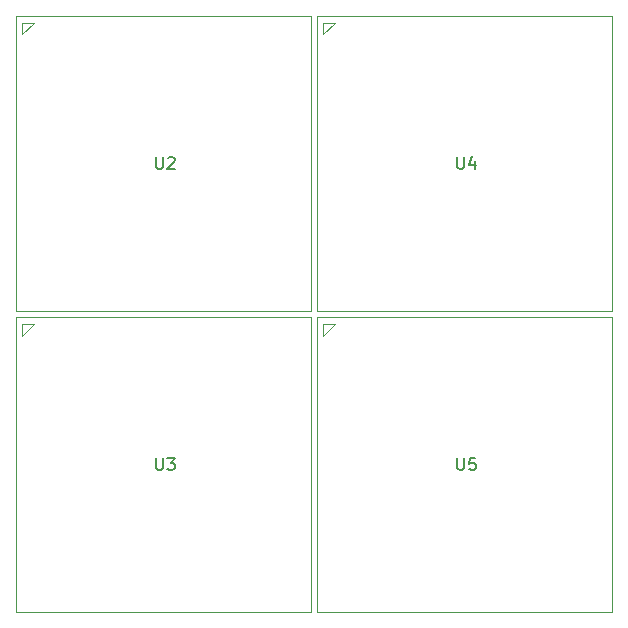
<source format=gbr>
%TF.GenerationSoftware,KiCad,Pcbnew,(5.1.9-0-10_14)*%
%TF.CreationDate,2021-05-13T13:45:13-04:00*%
%TF.ProjectId,SiPM_Board_RevB,5369504d-5f42-46f6-9172-645f52657642,rev?*%
%TF.SameCoordinates,Original*%
%TF.FileFunction,Legend,Top*%
%TF.FilePolarity,Positive*%
%FSLAX46Y46*%
G04 Gerber Fmt 4.6, Leading zero omitted, Abs format (unit mm)*
G04 Created by KiCad (PCBNEW (5.1.9-0-10_14)) date 2021-05-13 13:45:13*
%MOMM*%
%LPD*%
G01*
G04 APERTURE LIST*
%ADD10C,0.120000*%
%ADD11C,0.150000*%
G04 APERTURE END LIST*
D10*
%TO.C,U4*%
X175300000Y-74800000D02*
X150300000Y-74800000D01*
X175300000Y-99800000D02*
X175300000Y-74800000D01*
X150300000Y-99800000D02*
X175300000Y-99800000D01*
X150300000Y-74800000D02*
X150300000Y-99800000D01*
X151862000Y-75362000D02*
X150862000Y-75362000D01*
X151862000Y-75362000D02*
X150862000Y-76362000D01*
X150862000Y-76362000D02*
X150862000Y-75362000D01*
%TO.C,U2*%
X149800000Y-74800000D02*
X124800000Y-74800000D01*
X149800000Y-99800000D02*
X149800000Y-74800000D01*
X124800000Y-99800000D02*
X149800000Y-99800000D01*
X124800000Y-74800000D02*
X124800000Y-99800000D01*
X126362000Y-75362000D02*
X125362000Y-75362000D01*
X126362000Y-75362000D02*
X125362000Y-76362000D01*
X125362000Y-76362000D02*
X125362000Y-75362000D01*
%TO.C,U3*%
X125362000Y-101862000D02*
X125362000Y-100862000D01*
X126362000Y-100862000D02*
X125362000Y-101862000D01*
X126362000Y-100862000D02*
X125362000Y-100862000D01*
X124800000Y-100300000D02*
X124800000Y-125300000D01*
X124800000Y-125300000D02*
X149800000Y-125300000D01*
X149800000Y-125300000D02*
X149800000Y-100300000D01*
X149800000Y-100300000D02*
X124800000Y-100300000D01*
%TO.C,U5*%
X150862000Y-101862000D02*
X150862000Y-100862000D01*
X151862000Y-100862000D02*
X150862000Y-101862000D01*
X151862000Y-100862000D02*
X150862000Y-100862000D01*
X150300000Y-100300000D02*
X150300000Y-125300000D01*
X150300000Y-125300000D02*
X175300000Y-125300000D01*
X175300000Y-125300000D02*
X175300000Y-100300000D01*
X175300000Y-100300000D02*
X150300000Y-100300000D01*
%TO.C,U4*%
D11*
X162188095Y-86752380D02*
X162188095Y-87561904D01*
X162235714Y-87657142D01*
X162283333Y-87704761D01*
X162378571Y-87752380D01*
X162569047Y-87752380D01*
X162664285Y-87704761D01*
X162711904Y-87657142D01*
X162759523Y-87561904D01*
X162759523Y-86752380D01*
X163664285Y-87085714D02*
X163664285Y-87752380D01*
X163426190Y-86704761D02*
X163188095Y-87419047D01*
X163807142Y-87419047D01*
%TO.C,U2*%
X136688095Y-86752380D02*
X136688095Y-87561904D01*
X136735714Y-87657142D01*
X136783333Y-87704761D01*
X136878571Y-87752380D01*
X137069047Y-87752380D01*
X137164285Y-87704761D01*
X137211904Y-87657142D01*
X137259523Y-87561904D01*
X137259523Y-86752380D01*
X137688095Y-86847619D02*
X137735714Y-86800000D01*
X137830952Y-86752380D01*
X138069047Y-86752380D01*
X138164285Y-86800000D01*
X138211904Y-86847619D01*
X138259523Y-86942857D01*
X138259523Y-87038095D01*
X138211904Y-87180952D01*
X137640476Y-87752380D01*
X138259523Y-87752380D01*
%TO.C,U3*%
X136688095Y-112252380D02*
X136688095Y-113061904D01*
X136735714Y-113157142D01*
X136783333Y-113204761D01*
X136878571Y-113252380D01*
X137069047Y-113252380D01*
X137164285Y-113204761D01*
X137211904Y-113157142D01*
X137259523Y-113061904D01*
X137259523Y-112252380D01*
X137640476Y-112252380D02*
X138259523Y-112252380D01*
X137926190Y-112633333D01*
X138069047Y-112633333D01*
X138164285Y-112680952D01*
X138211904Y-112728571D01*
X138259523Y-112823809D01*
X138259523Y-113061904D01*
X138211904Y-113157142D01*
X138164285Y-113204761D01*
X138069047Y-113252380D01*
X137783333Y-113252380D01*
X137688095Y-113204761D01*
X137640476Y-113157142D01*
%TO.C,U5*%
X162188095Y-112252380D02*
X162188095Y-113061904D01*
X162235714Y-113157142D01*
X162283333Y-113204761D01*
X162378571Y-113252380D01*
X162569047Y-113252380D01*
X162664285Y-113204761D01*
X162711904Y-113157142D01*
X162759523Y-113061904D01*
X162759523Y-112252380D01*
X163711904Y-112252380D02*
X163235714Y-112252380D01*
X163188095Y-112728571D01*
X163235714Y-112680952D01*
X163330952Y-112633333D01*
X163569047Y-112633333D01*
X163664285Y-112680952D01*
X163711904Y-112728571D01*
X163759523Y-112823809D01*
X163759523Y-113061904D01*
X163711904Y-113157142D01*
X163664285Y-113204761D01*
X163569047Y-113252380D01*
X163330952Y-113252380D01*
X163235714Y-113204761D01*
X163188095Y-113157142D01*
%TD*%
M02*

</source>
